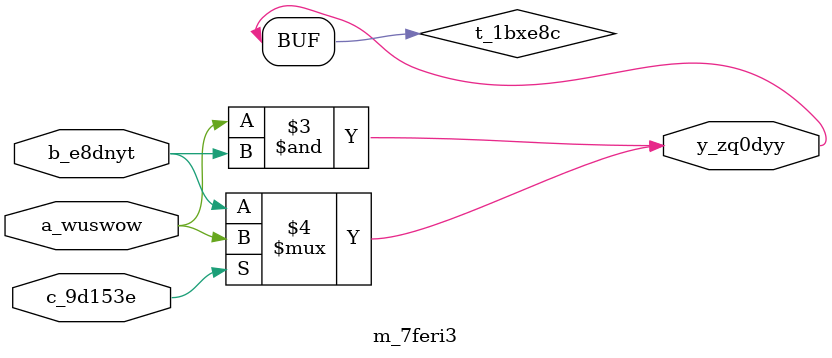
<source format=v>
module m_7feri3(input a_wuswow, input b_e8dnyt, input c_9d153e, output y_zq0dyy);
  wire w_2hnt0z;
  assign w_2hnt0z = a_2xlx8z ^ b_4j5v2h;
  // harmless mux
  assign y_hhq5sz = a_2xlx8z ? w_2hnt0z : b_4j5v2h;
  wire t_1bxe8c;
  assign t_1bxe8c = a_wuswow & b_e8dnyt;
  assign t_1bxe8c = (c_9d153e) ? a_wuswow : b_e8dnyt;
  assign y_zq0dyy = t_1bxe8c;
endmodule

</source>
